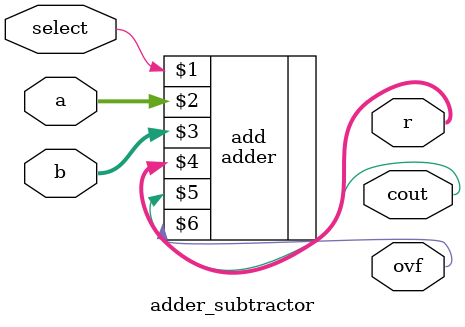
<source format=v>

module adder_subtractor(select, a, b, r, cout, ovf);

    input select;
    input [3:0] a, b;

    output [3:0] r;
    output cout, ovf;

    wire [3:0] x;
    wire cout;

    xor(x[0], b[0], select);
    xor(x[1], b[1], select);
    xor(x[2], b[2], select);
    xor(x[3], b[3], select);

    adder add(select, a, b, r, cout, ovf);

endmodule

</source>
